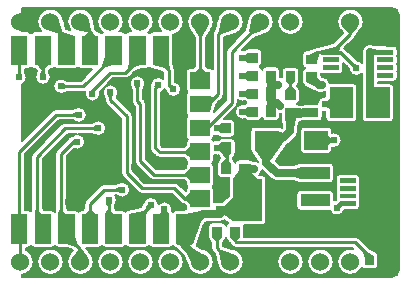
<source format=gtl>
G04 Layer: TopLayer*
G04 EasyEDA Pro v1.7.31, 2022-10-01 17:20:27*
G04 Gerber Generator version 0.3*
G04 Scale: 100 percent, Rotated: No, Reflected: No*
G04 Dimensions in millimeters*
G04 Leading zeros omitted, absolute positions, 3 integers and 3 decimals*
%FSLAX33Y33*%
%MOMM*%
%ADD999C,0.2032*%
%ADD10C,1.524*%
%ADD11C,0.610001*%
%ADD12C,0.254*%
%ADD13C,0.635*%
%ADD14C,0.3856*%
%ADD15C,0.381*%
G75*


G04 Copper Start*
G36*
G01X41679Y3988D02*
G02X41097Y3406I-582J0D01*
G01X9754D01*
G01Y3584D01*
G03X10772Y4699I-102J1115D01*
G03X10137Y5709I-1120J0D01*
G01Y5880D01*
G01X10248D01*
G03X10548Y6042I0J358D01*
G03X10848Y5880I300J196D01*
G01X12248D01*
G03X12548Y6042I0J358D01*
G03X12848Y5880I300J196D01*
G01X13554D01*
G01X14086Y5680D01*
G01X13886Y5434D01*
G03X13612Y4699I846J-735D01*
G03X14732Y3579I1120J0D01*
G03X15852Y4699I0J1120D01*
G03X15578Y5434I-1120J0D01*
G01X15217Y5880D01*
G01X16248D01*
G03X16548Y6042I0J358D01*
G03X16848Y5880I300J196D01*
G01X18248D01*
G03X18548Y6042I0J358D01*
G03X18848Y5880I300J196D01*
G01X20248D01*
G03X20548Y6042I0J358D01*
G03X20848Y5880I300J196D01*
G01X22248D01*
G03X22548Y6042I0J358D01*
G03X22685Y5919I300J196D01*
G01X22917Y5801D01*
G03X23070Y5566I631J242D01*
G01X23459Y5177D01*
G01X23782Y4548D01*
G03X24892Y3579I1110J151D01*
G03X26012Y4699I0J1120D01*
G03X25043Y5809I-1120J0D01*
G01X24557Y6059D01*
G03X24584Y6116I-310J180D01*
G01X25231Y7892D01*
G01X25426Y8087D01*
G01X26543D01*
G03X26912Y8197I0J676D01*
G01X27233Y7987D01*
G03X27051Y7746I168J-316D01*
G03X26701Y8029I-350J-75D01*
G01X25894D01*
G03X25536Y7671I0J-358D01*
G01Y6807D01*
G03X25604Y6597I358J0D01*
G01X25812Y6310D01*
G01Y5833D01*
G03X25955Y5490I485J0D01*
G01X26107Y5338D01*
G01X26317Y4587D01*
G03X27432Y3579I1115J112D01*
G03X28552Y4699I0J1120D01*
G03X27544Y5814I-1120J0D01*
G01X26793Y6024D01*
G01X26783Y6034D01*
G01Y6310D01*
G01X26991Y6597D01*
G03X27051Y6732I-290J210D01*
G03X27130Y6574I350J75D01*
G01X27349Y6318D01*
G03X27461Y6143I455J167D01*
G01X27597Y6007D01*
G03X27940Y5865I343J343D01*
G01X37772D01*
G01X37847Y5790D01*
G03X37592Y5819I-255J-1091D01*
G03X36472Y4699I0J-1120D01*
G03X37592Y3579I1120J0D01*
G03X38570Y4153I0J1120D01*
G03X38805Y4064I236J270D01*
G01X39605D01*
G03X39964Y4423I0J358D01*
G01Y5223D01*
G03X39753Y5549I-358J0D01*
G01X39218Y5791D01*
G01X38316Y6693D01*
G03X37973Y6835I-343J-343D01*
G01X28566D01*
G01Y7671D01*
G03X28549Y7778I-358J0D01*
G01X30125D01*
G03X30483Y8136I0J358D01*
G01Y11676D01*
G03X30125Y12034I-358J0D01*
G01X29872D01*
G03X30132Y12473I-408J539D01*
G01X30877Y11728D01*
G03X31355Y11530I478J478D01*
G01X32807D01*
G01X33237Y11351D01*
G03X33375Y11323I138J330D01*
G01X35840D01*
G03X36198Y11681I0J358D01*
G01Y12731D01*
G03X35840Y13089I-358J0D01*
G01X33375D01*
G03X33237Y13061I0J-358D01*
G01X32807Y12882D01*
G01X31635D01*
G01X31255Y13261D01*
G01X31771Y13981D01*
G01X32212Y14597D01*
G03X32482Y14762I-208J643D01*
G01X32990Y15270D01*
G03X33188Y15748I-478J478D01*
G01Y15903D01*
G01X33265Y16547D01*
G01X33683Y16584D01*
G01X33956Y16576D01*
G01X33967D01*
G01X34867D01*
G03X35225Y16934I0J358D01*
G01Y17404D01*
G03X35433Y17371I208J630D01*
G03X35472Y17372I0J663D01*
G01Y16865D01*
G03X35830Y16507I358J0D01*
G01X37830D01*
G03X38188Y16865I0J358D01*
G01Y19457D01*
G03X37830Y19815I-358J0D01*
G01X35842D01*
G03X35214Y20360I-663J-130D01*
G01X35080Y20494D01*
G01Y20609D01*
G03X35229Y20577I148J326D01*
G01X36626D01*
G03X36984Y20935I0J358D01*
G01Y21341D01*
G03X36962Y21463I-358J0D01*
G03X36977Y21518I-337J122D01*
G01X37351Y21145D01*
G01X37450Y20953D01*
G03X38100Y20419I650J129D01*
G03X38567Y20612I0J663D01*
G01Y19545D01*
G03X38556Y19457I347J-88D01*
G01Y16865D01*
G03X38915Y16507I358J0D01*
G01X40915D01*
G03X41273Y16865I0J358D01*
G01Y19457D01*
G03X40915Y19815I-358J0D01*
G01X39919D01*
G01Y19927D01*
G01X41225D01*
G03X41584Y20285I0J358D01*
G01Y20691D01*
G03X41562Y20813I-358J0D01*
G03X41584Y20935I-337J122D01*
G01Y21341D01*
G03X41562Y21463I-358J0D01*
G03X41584Y21585I-337J122D01*
G01Y21991D01*
G03X41562Y22113I-358J0D01*
G03X41584Y22235I-337J122D01*
G01Y22641D01*
G03X41225Y22999I-358J0D01*
G01X40660D01*
G03X40486Y23028I-174J-520D01*
G01X39783D01*
G01X39606Y23049D01*
G03X39243Y23155I-363J-570D01*
G03X38567Y22479I0J-676D01*
G01Y21552D01*
G03X38229Y21732I-467J-470D01*
G01X38037Y21831D01*
G01X37087Y22781D01*
G01X37071Y22796D01*
G01X37935Y23660D01*
G03X38047Y23834I-343J343D01*
G01X38433Y24279D01*
G03X38712Y25019I-841J740D01*
G03X37592Y26139I-1120J0D01*
G03X36472Y25019I0J-1120D01*
G03X36751Y24279I1120J0D01*
G01X36951Y24048D01*
G01X36137Y23234D01*
G01X35146Y22990D01*
G01X34840Y22920D01*
G03X34592Y22819I53J-482D01*
G01X34000Y22597D01*
G01X33858D01*
G03X33500Y22239I0J-358D01*
G01Y21432D01*
G03X33783Y21082I358J0D01*
G03X33500Y20732I75J-350D01*
G01Y19925D01*
G03X33686Y19611I358J0D01*
G01X34501Y19166D01*
G03X34934Y19009I433J519D01*
G01X35179D01*
G03X35472Y19076I0J676D01*
G01Y18696D01*
G03X35433Y18697I-39J-662D01*
G03X34772Y18092I0J-663D01*
G01X33967D01*
G03X33916Y18089I0J-358D01*
G01X33346Y18007D01*
G01X33028Y18036D01*
G03X33302Y18384I-84J348D01*
G01Y19191D01*
G03X33224Y19414I-358J0D01*
G01X33068Y19609D01*
G01X33205Y19799D01*
G03X33274Y20009I-290J210D01*
G01Y20809D01*
G03X32915Y21168I-358J0D01*
G01X32115D01*
G03X31757Y20809I0J-358D01*
G01Y20320D01*
G03X31614Y20365I-273J-618D01*
G01Y20879D01*
G03X31256Y21237I-358J0D01*
G01X30449D01*
G03X30099Y20954I0J-358D01*
G03X29888Y21209I-350J-75D01*
G03X30107Y21539I-139J330D01*
G01Y22403D01*
G03X29749Y22761I-358J0D01*
G01X28942D01*
G03X28719Y22683I0J-358D01*
G01X28627Y22609D01*
G03X28448Y22634I-179J-638D01*
G03X28398Y22632I0J-663D01*
G01X29416Y23650D01*
G01X30203Y23923D01*
G03X31092Y25019I-231J1096D01*
G03X29972Y26139I-1120J0D01*
G03X28852Y25019I0J-1120D01*
G01Y25011D01*
G01X28693Y24299D01*
G01X27216Y22822D01*
G03X27074Y22479I343J-343D01*
G01Y18362D01*
G01X26078Y17366D01*
G01X26287Y18108D01*
G01X26759Y18580D01*
G03X26901Y18923I-343J343D01*
G01Y23724D01*
G01X27544Y23904D01*
G03X28552Y25019I-112J1115D01*
G03X27432Y26139I-1120J0D01*
G03X26317Y25131I0J-1120D01*
G01X26107Y24380D01*
G01X26073Y24346D01*
G03X25931Y24003I343J-343D01*
G01Y21008D01*
G03X25699Y21094I-232J-273D01*
G01X25504D01*
G01X25377Y21247D01*
G01Y23630D01*
G01X25759Y24310D01*
G03X26012Y25019I-867J709D01*
G03X24892Y26139I-1120J0D01*
G03X23772Y25019I0J-1120D01*
G03X24025Y24310I1120J0D01*
G01X24407Y23630D01*
G01Y21247D01*
G01X24280Y21094D01*
G01X23999D01*
G03X23640Y20736I0J-358D01*
G01Y19336D01*
G03X23803Y19036I358J0D01*
G03X23640Y18736I195J-300D01*
G01Y17336D01*
G03X23802Y17036I358J0D01*
G03X23640Y16737I196J-300D01*
G01Y15337D01*
G03X23803Y15036I358J0D01*
G03X23640Y14736I195J-300D01*
G01Y14582D01*
G01X23487Y14455D01*
G01X21664D01*
G01X21567Y14552D01*
G01Y19063D01*
G03X21885Y19313I-231J622D01*
G01X21956Y19175D01*
G03X22606Y18641I650J129D01*
G03X23269Y19304I0J663D01*
G03X22735Y19954I-663J0D01*
G01X22710Y19967D01*
G01Y20955D01*
G03X22637Y21211I-485J0D01*
G01X22606Y21576D01*
G01Y23839D01*
G03X22595Y23926I-358J0D01*
G03X23472Y25019I-243J1093D01*
G03X22352Y26139I-1120J0D01*
G03X21232Y25019I0J-1120D01*
G03X21590Y24198I1120J0D01*
G01X20848D01*
G03X20548Y24036I0J-358D01*
G03X20476Y24117I-300J-195D01*
G03X20932Y25019I-664J902D01*
G03X19812Y26139I-1120J0D01*
G03X18692Y25019I0J-1120D01*
G03X19049Y24199I1120J0D01*
G01X18848D01*
G03X18547Y24036I0J-358D01*
G03X18248Y24198I-300J-196D01*
G01X18034D01*
G03X18392Y25019I-762J821D01*
G03X17272Y26139I-1120J0D01*
G03X16152Y25019I0J-1120D01*
G03X16615Y24112I1120J0D01*
G03X16547Y24035I233J-272D01*
G03X16248Y24197I-300J-196D01*
G01X16155D01*
G01X16002Y24372D01*
G03X15976Y24431I-455J-169D01*
G01X15848Y25113D01*
G03X14732Y26139I-1116J-94D01*
G03X13612Y25019I0J-1120D01*
G03X13856Y24321I1120J0D01*
G01X13506Y24418D01*
G01X13307Y25131D01*
G03X12192Y26139I-1115J-112D01*
G03X11072Y25019I0J-1120D01*
G03X11430Y24198I1120J0D01*
G01X10848D01*
G03X10548Y24035I0J-358D01*
G03X10248Y24198I-300J-195D01*
G01X9754D01*
G01Y26185D01*
G01X41097D01*
G02X41679Y25603I0J-582D01*
G01Y3988D01*
G37*
%LPC*%
G36*
G01X35834Y9023D02*
G03X36449Y8608I615J248D01*
G03X37079Y9063I0J663D01*
G01X38050D01*
G03X38408Y9422I0J358D01*
G01Y9822D01*
G03X38385Y9947I-358J0D01*
G03X38408Y10072I-336J125D01*
G01Y10472D01*
G03X38385Y10597I-358J0D01*
G03X38408Y10722I-336J125D01*
G01Y11122D01*
G03X38385Y11247I-358J0D01*
G03X38408Y11372I-336J125D01*
G01Y11772D01*
G03X38050Y12130I-358J0D01*
G01X36700D01*
G03X36342Y11772I0J-358D01*
G01Y11372D01*
G03X36364Y11247I358J0D01*
G03X36342Y11122I336J-125D01*
G01Y10722D01*
G03X36364Y10597I358J0D01*
G03X36342Y10472I336J-125D01*
G01Y10072D01*
G03X36360Y9959I358J0D01*
G01X36339Y9929D01*
G01X36324Y9922D01*
G03X36198Y9885I125J-651D01*
G01Y10431D01*
G03X35840Y10789I-358J0D01*
G01X33375D01*
G03X33017Y10431I0J-358D01*
G01Y9381D01*
G03X33375Y9023I358J0D01*
G01X35834D01*
G37*
G36*
G01X35680Y13831D02*
G03X36038Y14189I0J358D01*
G01Y14342D01*
G03X36195Y14323I157J644D01*
G03X36858Y14986I0J663D01*
G03X36195Y15649I-663J0D01*
G03X36038Y15630I0J-663D01*
G01Y15783D01*
G03X35680Y16141I-358J0D01*
G01X33680D01*
G03X33322Y15783I0J-358D01*
G01Y14189D01*
G03X33680Y13831I358J0D01*
G01X35680D01*
G37*
G36*
G01X31392Y4699D02*
G03X32512Y3579I1120J0D01*
G03X33632Y4699I0J1120D01*
G03X32512Y5819I-1120J0D01*
G03X31392Y4699I0J-1120D01*
G37*
G36*
G01X12192Y3579D02*
G03X13312Y4699I0J1120D01*
G03X12192Y5819I-1120J0D01*
G03X11072Y4699I0J-1120D01*
G03X12192Y3579I1120J0D01*
G37*
G36*
G01X16152Y4699D02*
G03X17272Y3579I1120J0D01*
G03X18392Y4699I0J1120D01*
G03X17272Y5819I-1120J0D01*
G03X16152Y4699I0J-1120D01*
G37*
G36*
G01X33932Y4699D02*
G03X35052Y3579I1120J0D01*
G03X36172Y4699I0J1120D01*
G03X35052Y5819I-1120J0D01*
G03X33932Y4699I0J-1120D01*
G37*
G36*
G01X21232Y4699D02*
G03X22352Y3579I1120J0D01*
G03X23472Y4699I0J1120D01*
G03X22352Y5819I-1120J0D01*
G03X21232Y4699I0J-1120D01*
G37*
G36*
G01X18692Y4699D02*
G03X19812Y3579I1120J0D01*
G03X20932Y4699I0J1120D01*
G03X19812Y5819I-1120J0D01*
G03X18692Y4699I0J-1120D01*
G37*
G36*
G01X32512Y23899D02*
G03X33632Y25019I0J1120D01*
G03X32512Y26139I-1120J0D01*
G03X31392Y25019I0J-1120D01*
G03X32512Y23899I1120J0D01*
G37*
%LPD*%
G36*
G01X18766Y9086D02*
G03X18548Y8933I81J-349D01*
G03X18248Y9096I-300J-196D01*
G01X17757D01*
G01X17630Y9248D01*
G01Y9331D01*
G01X17696Y9538D01*
G03X17808Y9906I-551J368D01*
G03X17671Y10310I-663J0D01*
G01X17713D01*
G01X17920Y10244D01*
G03X18288Y10132I368J551D01*
G03X18951Y10795I0J663D01*
G03X18288Y11458I-663J0D01*
G03X17920Y11346I0J-663D01*
G01X17713Y11280D01*
G01X16764D01*
G03X16421Y11138I0J-485D01*
G01X15205Y9922D01*
G03X15062Y9579I343J-343D01*
G01Y9248D01*
G01X14935Y9096D01*
G01X14848D01*
G03X14548Y8933I0J-358D01*
G03X14248Y9096I-300J-196D01*
G01X13693D01*
G01X13566Y9248D01*
G01Y13642D01*
G01X14187Y14263D01*
G03X14478Y14196I291J596D01*
G03X15141Y14859I0J663D01*
G03X14562Y15517I-663J0D01*
G01X15681D01*
G01X15888Y15451D01*
G03X16256Y15339I368J551D01*
G03X16919Y16002I0J663D01*
G03X16256Y16665I-663J0D01*
G03X15888Y16553I0J-663D01*
G01X15681Y16487D01*
G01X14689D01*
G03X15268Y17145I-84J658D01*
G03X14605Y17808I-663J0D01*
G03X14237Y17696I0J-663D01*
G01X14030Y17630D01*
G01X12700D01*
G03X12357Y17488I0J-485D01*
G01X9754Y14885D01*
G01Y19698D01*
G03X10188Y20320I-229J622D01*
G03X10010Y20772I-663J0D01*
G01Y20982D01*
G01X10248D01*
G03X10548Y21144I0J358D01*
G03X10848Y20982I300J195D01*
G01X10945D01*
G01X11057Y20847D01*
G01X11006Y20688D01*
G03X10894Y20320I551J-368D01*
G03X11557Y19657I663J0D01*
G03X12220Y20320I0J663D01*
G03X12108Y20688I-663J0D01*
G01X12057Y20847D01*
G01X12169Y20982D01*
G01X12248D01*
G03X12548Y21144I0J358D01*
G03X12848Y20982I300J196D01*
G01X14248D01*
G03X14547Y21144I0J358D01*
G03X14848Y20981I300J195D01*
G01X15723D01*
G01X14785Y20043D01*
G01X13656D01*
G01X13449Y20109D01*
G03X13081Y20221I-368J-551D01*
G03X12418Y19558I0J-663D01*
G03X13081Y18895I663J0D01*
G03X13449Y19007I0J663D01*
G01X13656Y19073D01*
G01X14986D01*
G03X15106Y19088I0J485D01*
G03X15085Y18923I642J-165D01*
G03X15748Y18260I663J0D01*
G03X16411Y18923I0J663D01*
G03X16393Y19078I-663J0D01*
G01X16438Y19181D01*
G01X17473Y20216D01*
G01X18542D01*
G03X18885Y20358I0J485D01*
G01X19290Y20763D01*
G01X19875Y20983D01*
G01X20248D01*
G03X20547Y21144I0J358D01*
G03X20761Y20992I300J195D01*
G01X21740Y20748D01*
G01Y20211D01*
G03X21336Y20348I-404J-526D01*
G03X20677Y19758I0J-663D01*
G01X20657Y19665D01*
G03X20597Y19431I425J-234D01*
G01Y14351D01*
G03X20739Y14008I485J0D01*
G01X21120Y13627D01*
G03X21463Y13485I343J343D01*
G01X23487D01*
G01X23640Y13358D01*
G01Y13336D01*
G03X23801Y13037I358J0D01*
G03X23639Y12737I196J-300D01*
G01Y12677D01*
G01X23487Y12550D01*
G01X21156D01*
G01X20297Y13409D01*
G01Y18034D01*
G03X20155Y18377I-485J0D01*
G01X20043Y18489D01*
G01Y19237D01*
G01X20109Y19444D01*
G03X20221Y19812I-551J368D01*
G03X19558Y20475I-663J0D01*
G03X18895Y19812I0J-663D01*
G03X19007Y19444I663J0D01*
G01X19073Y19237D01*
G01Y18288D01*
G03X19215Y17945I485J0D01*
G01X19327Y17833D01*
G01Y13208D01*
G03X19469Y12865I485J0D01*
G01X20612Y11722D01*
G03X20955Y11580I343J343D01*
G01X23487D01*
G01X23639Y11453D01*
G01Y11337D01*
G03X23801Y11038I358J0D01*
G03X23641Y10739I198J-298D01*
G01Y10652D01*
G01X23027Y11265D01*
G03X22684Y11407I-343J-343D01*
G01X20140D01*
G01X19154Y12393D01*
G01Y17018D01*
G03X19012Y17361I-485J0D01*
G01X17791Y18582D01*
G01X17823Y18682D01*
G03X17935Y19050I-551J368D01*
G03X17272Y19713I-663J0D01*
G03X16609Y19050I0J-663D01*
G03X16721Y18682I663J0D01*
G01X16787Y18475D01*
G01Y18415D01*
G03X16929Y18072I485J0D01*
G01X18184Y16817D01*
G01Y12192D01*
G03X18326Y11849I485J0D01*
G01X19596Y10579D01*
G03X19939Y10437I343J343D01*
G01X22483D01*
G01X23224Y9696D01*
G03X23478Y9562I343J343D01*
G01X23641Y9427D01*
G01Y9339D01*
G03X23707Y9131I358J0D01*
G01X23518Y9097D01*
G01X22848D01*
G03X22547Y8934I0J-358D01*
G01X22537Y8948D01*
G01X22493Y9009D01*
G03X22507Y9144I-649J135D01*
G03X21844Y9807I-663J0D01*
G03X21360Y9597I0J-663D01*
G03X20701Y10188I-659J-72D01*
G03X20051Y9654I0J-663D01*
G01X19952Y9462D01*
G01X19823Y9333D01*
G01X18766Y9086D01*
G37*
G36*
G01X10564Y9153D02*
G01X10527Y8962D01*
G03X10248Y9096I-279J-225D01*
G01X10033D01*
G01Y13792D01*
G01X12901Y16660D01*
G01X14030D01*
G01X14237Y16594D01*
G03X14521Y16487I368J551D01*
G01X13462D01*
G03X13119Y16345I0J-485D01*
G01X10706Y13932D01*
G03X10564Y13589I343J-343D01*
G01Y9153D01*
G37*
G36*
G01X12596Y9168D02*
G01X12535Y8951D01*
G03X12248Y9096I-288J-213D01*
G01X11661D01*
G01X11534Y9248D01*
G01Y13388D01*
G01X13663Y15517D01*
G01X14394D01*
G03X14073Y15384I84J-658D01*
G01X13975Y15329D01*
G03X13754Y15202I122J-470D01*
G01X12738Y14186D01*
G03X12596Y13843I343J-343D01*
G01Y9168D01*
G37*
G36*
G01X27813Y13080D02*
G03X27772Y13186I-350J-75D01*
G01X27623Y13440D01*
G01X27804Y13692D01*
G03X27871Y13901I-291J209D01*
G01Y14801D01*
G03X27513Y15159I-358J0D01*
G01X26713D01*
G03X26444Y15038I0J-358D01*
G01X26404Y15004D01*
G03X26289Y15014I-115J-653D01*
G03X25990Y14943I0J-663D01*
G03X25893Y15036I-292J-207D01*
G03X26056Y15337I-195J300D01*
G01Y15381D01*
G03X26289Y15339I233J621D01*
G03X26368Y15344I0J663D01*
G01X26428Y15294D01*
G03X26656Y15212I229J276D01*
G01X27463D01*
G03X27821Y15570I0J358D01*
G01Y16434D01*
G03X27463Y16792I-358J0D01*
G01X26876D01*
G01X27902Y17818D01*
G03X28044Y18161I-343J343D01*
G01Y18397D01*
G03X28448Y18260I404J526D01*
G03X28627Y18285I0J663D01*
G01X28719Y18211D01*
G03X28803Y18161I224J280D01*
G03X28719Y18111I139J-330D01*
G01X28627Y18037D01*
G03X28448Y18062I-179J-638D01*
G03X27785Y17399I0J-663D01*
G03X28448Y16736I663J0D01*
G03X28627Y16761I0J663D01*
G01X28719Y16687D01*
G03X28942Y16609I224J280D01*
G01X29749D01*
G03X30099Y16892I0J358D01*
G03X30449Y16609I350J75D01*
G01X31256D01*
G03X31614Y16967I0J358D01*
G01Y17231D01*
G01X31623D01*
G03X31722Y17239I0J676D01*
G01Y16877D01*
G03X31724Y16835I358J0D01*
G01X31822Y16026D01*
G01X31621Y16112D01*
G03X31480Y16141I-141J-329D01*
G01X29480D01*
G03X29122Y15783I0J-358D01*
G01Y14189D01*
G03X29189Y13981I358J0D01*
G01X29764Y13178D01*
G03X29512Y13247I-300J-605D01*
G01X29050Y13354D01*
G03X28970Y13363I-81J-349D01*
G01X28163D01*
G03X27813Y13080I0J-358D01*
G37*
G36*
G01X26057Y9736D02*
G01X26057Y10739D01*
G03X25895Y11039I-358J0D01*
G03X26055Y11337I-198J298D01*
G01Y12737D01*
G03X25894Y13036I-358J0D01*
G03X26056Y13336I-196J300D01*
G01Y13730D01*
G03X26289Y13688I233J621D01*
G03X26404Y13698I0J663D01*
G01X26439Y13669D01*
G01X26585Y13464D01*
G01X26440Y13291D01*
G03X26298Y13005I216J-286D01*
G01Y12141D01*
G03X26656Y11783I358J0D01*
G01X27318D01*
G03X27302Y11676I342J-107D01*
G01Y10285D01*
G01X26747Y9775D01*
G01X26220D01*
G03X26057Y9736I0J-358D01*
G37*
G54D999*
G01X41679Y3988D02*
G02X41097Y3406I-582J0D01*
G01X9754D01*
G01Y3584D01*
G03X10772Y4699I-102J1115D01*
G03X10137Y5709I-1120J0D01*
G01Y5880D01*
G01X10248D01*
G03X10548Y6042I0J358D01*
G03X10848Y5880I300J196D01*
G01X12248D01*
G03X12548Y6042I0J358D01*
G03X12848Y5880I300J196D01*
G01X13554D01*
G01X14086Y5680D01*
G01X13886Y5434D01*
G03X13612Y4699I846J-735D01*
G03X14732Y3579I1120J0D01*
G03X15852Y4699I0J1120D01*
G03X15578Y5434I-1120J0D01*
G01X15217Y5880D01*
G01X16248D01*
G03X16548Y6042I0J358D01*
G03X16848Y5880I300J196D01*
G01X18248D01*
G03X18548Y6042I0J358D01*
G03X18848Y5880I300J196D01*
G01X20248D01*
G03X20548Y6042I0J358D01*
G03X20848Y5880I300J196D01*
G01X22248D01*
G03X22548Y6042I0J358D01*
G03X22685Y5919I300J196D01*
G01X22917Y5801D01*
G03X23070Y5566I631J242D01*
G01X23459Y5177D01*
G01X23782Y4548D01*
G03X24892Y3579I1110J151D01*
G03X26012Y4699I0J1120D01*
G03X25043Y5809I-1120J0D01*
G01X24557Y6059D01*
G03X24584Y6116I-310J180D01*
G01X25231Y7892D01*
G01X25426Y8087D01*
G01X26543D01*
G03X26912Y8197I0J676D01*
G01X27233Y7987D01*
G03X27051Y7746I168J-316D01*
G03X26701Y8029I-350J-75D01*
G01X25894D01*
G03X25536Y7671I0J-358D01*
G01Y6807D01*
G03X25604Y6597I358J0D01*
G01X25812Y6310D01*
G01Y5833D01*
G03X25955Y5490I485J0D01*
G01X26107Y5338D01*
G01X26317Y4587D01*
G03X27432Y3579I1115J112D01*
G03X28552Y4699I0J1120D01*
G03X27544Y5814I-1120J0D01*
G01X26793Y6024D01*
G01X26783Y6034D01*
G01Y6310D01*
G01X26991Y6597D01*
G03X27051Y6732I-290J210D01*
G03X27130Y6574I350J75D01*
G01X27349Y6318D01*
G03X27461Y6143I455J167D01*
G01X27597Y6007D01*
G03X27940Y5865I343J343D01*
G01X37772D01*
G01X37847Y5790D01*
G03X37592Y5819I-255J-1091D01*
G03X36472Y4699I0J-1120D01*
G03X37592Y3579I1120J0D01*
G03X38570Y4153I0J1120D01*
G03X38805Y4064I236J270D01*
G01X39605D01*
G03X39964Y4423I0J358D01*
G01Y5223D01*
G03X39753Y5549I-358J0D01*
G01X39218Y5791D01*
G01X38316Y6693D01*
G03X37973Y6835I-343J-343D01*
G01X28566D01*
G01Y7671D01*
G03X28549Y7778I-358J0D01*
G01X30125D01*
G03X30483Y8136I0J358D01*
G01Y11676D01*
G03X30125Y12034I-358J0D01*
G01X29872D01*
G03X30132Y12473I-408J539D01*
G01X30877Y11728D01*
G03X31355Y11530I478J478D01*
G01X32807D01*
G01X33237Y11351D01*
G03X33375Y11323I138J330D01*
G01X35840D01*
G03X36198Y11681I0J358D01*
G01Y12731D01*
G03X35840Y13089I-358J0D01*
G01X33375D01*
G03X33237Y13061I0J-358D01*
G01X32807Y12882D01*
G01X31635D01*
G01X31255Y13261D01*
G01X31771Y13981D01*
G01X32212Y14597D01*
G03X32482Y14762I-208J643D01*
G01X32990Y15270D01*
G03X33188Y15748I-478J478D01*
G01Y15903D01*
G01X33265Y16547D01*
G01X33683Y16584D01*
G01X33956Y16576D01*
G01X33967D01*
G01X34867D01*
G03X35225Y16934I0J358D01*
G01Y17404D01*
G03X35433Y17371I208J630D01*
G03X35472Y17372I0J663D01*
G01Y16865D01*
G03X35830Y16507I358J0D01*
G01X37830D01*
G03X38188Y16865I0J358D01*
G01Y19457D01*
G03X37830Y19815I-358J0D01*
G01X35842D01*
G03X35214Y20360I-663J-130D01*
G01X35080Y20494D01*
G01Y20609D01*
G03X35229Y20577I148J326D01*
G01X36626D01*
G03X36984Y20935I0J358D01*
G01Y21341D01*
G03X36962Y21463I-358J0D01*
G03X36977Y21518I-337J122D01*
G01X37351Y21145D01*
G01X37450Y20953D01*
G03X38100Y20419I650J129D01*
G03X38567Y20612I0J663D01*
G01Y19545D01*
G03X38556Y19457I347J-88D01*
G01Y16865D01*
G03X38915Y16507I358J0D01*
G01X40915D01*
G03X41273Y16865I0J358D01*
G01Y19457D01*
G03X40915Y19815I-358J0D01*
G01X39919D01*
G01Y19927D01*
G01X41225D01*
G03X41584Y20285I0J358D01*
G01Y20691D01*
G03X41562Y20813I-358J0D01*
G03X41584Y20935I-337J122D01*
G01Y21341D01*
G03X41562Y21463I-358J0D01*
G03X41584Y21585I-337J122D01*
G01Y21991D01*
G03X41562Y22113I-358J0D01*
G03X41584Y22235I-337J122D01*
G01Y22641D01*
G03X41225Y22999I-358J0D01*
G01X40660D01*
G03X40486Y23028I-174J-520D01*
G01X39783D01*
G01X39606Y23049D01*
G03X39243Y23155I-363J-570D01*
G03X38567Y22479I0J-676D01*
G01Y21552D01*
G03X38229Y21732I-467J-470D01*
G01X38037Y21831D01*
G01X37087Y22781D01*
G01X37071Y22796D01*
G01X37935Y23660D01*
G03X38047Y23834I-343J343D01*
G01X38433Y24279D01*
G03X38712Y25019I-841J740D01*
G03X37592Y26139I-1120J0D01*
G03X36472Y25019I0J-1120D01*
G03X36751Y24279I1120J0D01*
G01X36951Y24048D01*
G01X36137Y23234D01*
G01X35146Y22990D01*
G01X34840Y22920D01*
G03X34592Y22819I53J-482D01*
G01X34000Y22597D01*
G01X33858D01*
G03X33500Y22239I0J-358D01*
G01Y21432D01*
G03X33783Y21082I358J0D01*
G03X33500Y20732I75J-350D01*
G01Y19925D01*
G03X33686Y19611I358J0D01*
G01X34501Y19166D01*
G03X34934Y19009I433J519D01*
G01X35179D01*
G03X35472Y19076I0J676D01*
G01Y18696D01*
G03X35433Y18697I-39J-662D01*
G03X34772Y18092I0J-663D01*
G01X33967D01*
G03X33916Y18089I0J-358D01*
G01X33346Y18007D01*
G01X33028Y18036D01*
G03X33302Y18384I-84J348D01*
G01Y19191D01*
G03X33224Y19414I-358J0D01*
G01X33068Y19609D01*
G01X33205Y19799D01*
G03X33274Y20009I-290J210D01*
G01Y20809D01*
G03X32915Y21168I-358J0D01*
G01X32115D01*
G03X31757Y20809I0J-358D01*
G01Y20320D01*
G03X31614Y20365I-273J-618D01*
G01Y20879D01*
G03X31256Y21237I-358J0D01*
G01X30449D01*
G03X30099Y20954I0J-358D01*
G03X29888Y21209I-350J-75D01*
G03X30107Y21539I-139J330D01*
G01Y22403D01*
G03X29749Y22761I-358J0D01*
G01X28942D01*
G03X28719Y22683I0J-358D01*
G01X28627Y22609D01*
G03X28448Y22634I-179J-638D01*
G03X28398Y22632I0J-663D01*
G01X29416Y23650D01*
G01X30203Y23923D01*
G03X31092Y25019I-231J1096D01*
G03X29972Y26139I-1120J0D01*
G03X28852Y25019I0J-1120D01*
G01Y25011D01*
G01X28693Y24299D01*
G01X27216Y22822D01*
G03X27074Y22479I343J-343D01*
G01Y18362D01*
G01X26078Y17366D01*
G01X26287Y18108D01*
G01X26759Y18580D01*
G03X26901Y18923I-343J343D01*
G01Y23724D01*
G01X27544Y23904D01*
G03X28552Y25019I-112J1115D01*
G03X27432Y26139I-1120J0D01*
G03X26317Y25131I0J-1120D01*
G01X26107Y24380D01*
G01X26073Y24346D01*
G03X25931Y24003I343J-343D01*
G01Y21008D01*
G03X25699Y21094I-232J-273D01*
G01X25504D01*
G01X25377Y21247D01*
G01Y23630D01*
G01X25759Y24310D01*
G03X26012Y25019I-867J709D01*
G03X24892Y26139I-1120J0D01*
G03X23772Y25019I0J-1120D01*
G03X24025Y24310I1120J0D01*
G01X24407Y23630D01*
G01Y21247D01*
G01X24280Y21094D01*
G01X23999D01*
G03X23640Y20736I0J-358D01*
G01Y19336D01*
G03X23803Y19036I358J0D01*
G03X23640Y18736I195J-300D01*
G01Y17336D01*
G03X23802Y17036I358J0D01*
G03X23640Y16737I196J-300D01*
G01Y15337D01*
G03X23803Y15036I358J0D01*
G03X23640Y14736I195J-300D01*
G01Y14582D01*
G01X23487Y14455D01*
G01X21664D01*
G01X21567Y14552D01*
G01Y19063D01*
G03X21885Y19313I-231J622D01*
G01X21956Y19175D01*
G03X22606Y18641I650J129D01*
G03X23269Y19304I0J663D01*
G03X22735Y19954I-663J0D01*
G01X22710Y19967D01*
G01Y20955D01*
G03X22637Y21211I-485J0D01*
G01X22606Y21576D01*
G01Y23839D01*
G03X22595Y23926I-358J0D01*
G03X23472Y25019I-243J1093D01*
G03X22352Y26139I-1120J0D01*
G03X21232Y25019I0J-1120D01*
G03X21590Y24198I1120J0D01*
G01X20848D01*
G03X20548Y24036I0J-358D01*
G03X20476Y24117I-300J-195D01*
G03X20932Y25019I-664J902D01*
G03X19812Y26139I-1120J0D01*
G03X18692Y25019I0J-1120D01*
G03X19049Y24199I1120J0D01*
G01X18848D01*
G03X18547Y24036I0J-358D01*
G03X18248Y24198I-300J-196D01*
G01X18034D01*
G03X18392Y25019I-762J821D01*
G03X17272Y26139I-1120J0D01*
G03X16152Y25019I0J-1120D01*
G03X16615Y24112I1120J0D01*
G03X16547Y24035I233J-272D01*
G03X16248Y24197I-300J-196D01*
G01X16155D01*
G01X16002Y24372D01*
G03X15976Y24431I-455J-169D01*
G01X15848Y25113D01*
G03X14732Y26139I-1116J-94D01*
G03X13612Y25019I0J-1120D01*
G03X13856Y24321I1120J0D01*
G01X13506Y24418D01*
G01X13307Y25131D01*
G03X12192Y26139I-1115J-112D01*
G03X11072Y25019I0J-1120D01*
G03X11430Y24198I1120J0D01*
G01X10848D01*
G03X10548Y24035I0J-358D01*
G03X10248Y24198I-300J-195D01*
G01X9754D01*
G01Y26185D01*
G01X41097D01*
G02X41679Y25603I0J-582D01*
G01Y3988D01*
G01X35834Y9023D02*
G03X36449Y8608I615J248D01*
G03X37079Y9063I0J663D01*
G01X38050D01*
G03X38408Y9422I0J358D01*
G01Y9822D01*
G03X38385Y9947I-358J0D01*
G03X38408Y10072I-336J125D01*
G01Y10472D01*
G03X38385Y10597I-358J0D01*
G03X38408Y10722I-336J125D01*
G01Y11122D01*
G03X38385Y11247I-358J0D01*
G03X38408Y11372I-336J125D01*
G01Y11772D01*
G03X38050Y12130I-358J0D01*
G01X36700D01*
G03X36342Y11772I0J-358D01*
G01Y11372D01*
G03X36364Y11247I358J0D01*
G03X36342Y11122I336J-125D01*
G01Y10722D01*
G03X36364Y10597I358J0D01*
G03X36342Y10472I336J-125D01*
G01Y10072D01*
G03X36360Y9959I358J0D01*
G01X36339Y9929D01*
G01X36324Y9922D01*
G03X36198Y9885I125J-651D01*
G01Y10431D01*
G03X35840Y10789I-358J0D01*
G01X33375D01*
G03X33017Y10431I0J-358D01*
G01Y9381D01*
G03X33375Y9023I358J0D01*
G01X35834D01*
G01X35680Y13831D02*
G03X36038Y14189I0J358D01*
G01Y14342D01*
G03X36195Y14323I157J644D01*
G03X36858Y14986I0J663D01*
G03X36195Y15649I-663J0D01*
G03X36038Y15630I0J-663D01*
G01Y15783D01*
G03X35680Y16141I-358J0D01*
G01X33680D01*
G03X33322Y15783I0J-358D01*
G01Y14189D01*
G03X33680Y13831I358J0D01*
G01X35680D01*
G01X31392Y4699D02*
G03X32512Y3579I1120J0D01*
G03X33632Y4699I0J1120D01*
G03X32512Y5819I-1120J0D01*
G03X31392Y4699I0J-1120D01*
G01X12192Y3579D02*
G03X13312Y4699I0J1120D01*
G03X12192Y5819I-1120J0D01*
G03X11072Y4699I0J-1120D01*
G03X12192Y3579I1120J0D01*
G01X16152Y4699D02*
G03X17272Y3579I1120J0D01*
G03X18392Y4699I0J1120D01*
G03X17272Y5819I-1120J0D01*
G03X16152Y4699I0J-1120D01*
G01X33932Y4699D02*
G03X35052Y3579I1120J0D01*
G03X36172Y4699I0J1120D01*
G03X35052Y5819I-1120J0D01*
G03X33932Y4699I0J-1120D01*
G01X21232Y4699D02*
G03X22352Y3579I1120J0D01*
G03X23472Y4699I0J1120D01*
G03X22352Y5819I-1120J0D01*
G03X21232Y4699I0J-1120D01*
G01X18692Y4699D02*
G03X19812Y3579I1120J0D01*
G03X20932Y4699I0J1120D01*
G03X19812Y5819I-1120J0D01*
G03X18692Y4699I0J-1120D01*
G01X32512Y23899D02*
G03X33632Y25019I0J1120D01*
G03X32512Y26139I-1120J0D01*
G03X31392Y25019I0J-1120D01*
G03X32512Y23899I1120J0D01*
G01X18766Y9086D02*
G03X18548Y8933I81J-349D01*
G03X18248Y9096I-300J-196D01*
G01X17757D01*
G01X17630Y9248D01*
G01Y9331D01*
G01X17696Y9538D01*
G03X17808Y9906I-551J368D01*
G03X17671Y10310I-663J0D01*
G01X17713D01*
G01X17920Y10244D01*
G03X18288Y10132I368J551D01*
G03X18951Y10795I0J663D01*
G03X18288Y11458I-663J0D01*
G03X17920Y11346I0J-663D01*
G01X17713Y11280D01*
G01X16764D01*
G03X16421Y11138I0J-485D01*
G01X15205Y9922D01*
G03X15062Y9579I343J-343D01*
G01Y9248D01*
G01X14935Y9096D01*
G01X14848D01*
G03X14548Y8933I0J-358D01*
G03X14248Y9096I-300J-196D01*
G01X13693D01*
G01X13566Y9248D01*
G01Y13642D01*
G01X14187Y14263D01*
G03X14478Y14196I291J596D01*
G03X15141Y14859I0J663D01*
G03X14562Y15517I-663J0D01*
G01X15681D01*
G01X15888Y15451D01*
G03X16256Y15339I368J551D01*
G03X16919Y16002I0J663D01*
G03X16256Y16665I-663J0D01*
G03X15888Y16553I0J-663D01*
G01X15681Y16487D01*
G01X14689D01*
G03X15268Y17145I-84J658D01*
G03X14605Y17808I-663J0D01*
G03X14237Y17696I0J-663D01*
G01X14030Y17630D01*
G01X12700D01*
G03X12357Y17488I0J-485D01*
G01X9754Y14885D01*
G01Y19698D01*
G03X10188Y20320I-229J622D01*
G03X10010Y20772I-663J0D01*
G01Y20982D01*
G01X10248D01*
G03X10548Y21144I0J358D01*
G03X10848Y20982I300J195D01*
G01X10945D01*
G01X11057Y20847D01*
G01X11006Y20688D01*
G03X10894Y20320I551J-368D01*
G03X11557Y19657I663J0D01*
G03X12220Y20320I0J663D01*
G03X12108Y20688I-663J0D01*
G01X12057Y20847D01*
G01X12169Y20982D01*
G01X12248D01*
G03X12548Y21144I0J358D01*
G03X12848Y20982I300J196D01*
G01X14248D01*
G03X14547Y21144I0J358D01*
G03X14848Y20981I300J195D01*
G01X15723D01*
G01X14785Y20043D01*
G01X13656D01*
G01X13449Y20109D01*
G03X13081Y20221I-368J-551D01*
G03X12418Y19558I0J-663D01*
G03X13081Y18895I663J0D01*
G03X13449Y19007I0J663D01*
G01X13656Y19073D01*
G01X14986D01*
G03X15106Y19088I0J485D01*
G03X15085Y18923I642J-165D01*
G03X15748Y18260I663J0D01*
G03X16411Y18923I0J663D01*
G03X16393Y19078I-663J0D01*
G01X16438Y19181D01*
G01X17473Y20216D01*
G01X18542D01*
G03X18885Y20358I0J485D01*
G01X19290Y20763D01*
G01X19875Y20983D01*
G01X20248D01*
G03X20547Y21144I0J358D01*
G03X20761Y20992I300J195D01*
G01X21740Y20748D01*
G01Y20211D01*
G03X21336Y20348I-404J-526D01*
G03X20677Y19758I0J-663D01*
G01X20657Y19665D01*
G03X20597Y19431I425J-234D01*
G01Y14351D01*
G03X20739Y14008I485J0D01*
G01X21120Y13627D01*
G03X21463Y13485I343J343D01*
G01X23487D01*
G01X23640Y13358D01*
G01Y13336D01*
G03X23801Y13037I358J0D01*
G03X23639Y12737I196J-300D01*
G01Y12677D01*
G01X23487Y12550D01*
G01X21156D01*
G01X20297Y13409D01*
G01Y18034D01*
G03X20155Y18377I-485J0D01*
G01X20043Y18489D01*
G01Y19237D01*
G01X20109Y19444D01*
G03X20221Y19812I-551J368D01*
G03X19558Y20475I-663J0D01*
G03X18895Y19812I0J-663D01*
G03X19007Y19444I663J0D01*
G01X19073Y19237D01*
G01Y18288D01*
G03X19215Y17945I485J0D01*
G01X19327Y17833D01*
G01Y13208D01*
G03X19469Y12865I485J0D01*
G01X20612Y11722D01*
G03X20955Y11580I343J343D01*
G01X23487D01*
G01X23639Y11453D01*
G01Y11337D01*
G03X23801Y11038I358J0D01*
G03X23641Y10739I198J-298D01*
G01Y10652D01*
G01X23027Y11265D01*
G03X22684Y11407I-343J-343D01*
G01X20140D01*
G01X19154Y12393D01*
G01Y17018D01*
G03X19012Y17361I-485J0D01*
G01X17791Y18582D01*
G01X17823Y18682D01*
G03X17935Y19050I-551J368D01*
G03X17272Y19713I-663J0D01*
G03X16609Y19050I0J-663D01*
G03X16721Y18682I663J0D01*
G01X16787Y18475D01*
G01Y18415D01*
G03X16929Y18072I485J0D01*
G01X18184Y16817D01*
G01Y12192D01*
G03X18326Y11849I485J0D01*
G01X19596Y10579D01*
G03X19939Y10437I343J343D01*
G01X22483D01*
G01X23224Y9696D01*
G03X23478Y9562I343J343D01*
G01X23641Y9427D01*
G01Y9339D01*
G03X23707Y9131I358J0D01*
G01X23518Y9097D01*
G01X22848D01*
G03X22547Y8934I0J-358D01*
G01X22537Y8948D01*
G01X22493Y9009D01*
G03X22507Y9144I-649J135D01*
G03X21844Y9807I-663J0D01*
G03X21360Y9597I0J-663D01*
G03X20701Y10188I-659J-72D01*
G03X20051Y9654I0J-663D01*
G01X19952Y9462D01*
G01X19823Y9333D01*
G01X18766Y9086D01*
G01X10564Y9153D02*
G01X10527Y8962D01*
G03X10248Y9096I-279J-225D01*
G01X10033D01*
G01Y13792D01*
G01X12901Y16660D01*
G01X14030D01*
G01X14237Y16594D01*
G03X14521Y16487I368J551D01*
G01X13462D01*
G03X13119Y16345I0J-485D01*
G01X10706Y13932D01*
G03X10564Y13589I343J-343D01*
G01Y9153D01*
G01X12596Y9168D02*
G01X12535Y8951D01*
G03X12248Y9096I-288J-213D01*
G01X11661D01*
G01X11534Y9248D01*
G01Y13388D01*
G01X13663Y15517D01*
G01X14394D01*
G03X14073Y15384I84J-658D01*
G01X13975Y15329D01*
G03X13754Y15202I122J-470D01*
G01X12738Y14186D01*
G03X12596Y13843I343J-343D01*
G01Y9168D01*
G01X27813Y13080D02*
G03X27772Y13186I-350J-75D01*
G01X27623Y13440D01*
G01X27804Y13692D01*
G03X27871Y13901I-291J209D01*
G01Y14801D01*
G03X27513Y15159I-358J0D01*
G01X26713D01*
G03X26444Y15038I0J-358D01*
G01X26404Y15004D01*
G03X26289Y15014I-115J-653D01*
G03X25990Y14943I0J-663D01*
G03X25893Y15036I-292J-207D01*
G03X26056Y15337I-195J300D01*
G01Y15381D01*
G03X26289Y15339I233J621D01*
G03X26368Y15344I0J663D01*
G01X26428Y15294D01*
G03X26656Y15212I229J276D01*
G01X27463D01*
G03X27821Y15570I0J358D01*
G01Y16434D01*
G03X27463Y16792I-358J0D01*
G01X26876D01*
G01X27902Y17818D01*
G03X28044Y18161I-343J343D01*
G01Y18397D01*
G03X28448Y18260I404J526D01*
G03X28627Y18285I0J663D01*
G01X28719Y18211D01*
G03X28803Y18161I224J280D01*
G03X28719Y18111I139J-330D01*
G01X28627Y18037D01*
G03X28448Y18062I-179J-638D01*
G03X27785Y17399I0J-663D01*
G03X28448Y16736I663J0D01*
G03X28627Y16761I0J663D01*
G01X28719Y16687D01*
G03X28942Y16609I224J280D01*
G01X29749D01*
G03X30099Y16892I0J358D01*
G03X30449Y16609I350J75D01*
G01X31256D01*
G03X31614Y16967I0J358D01*
G01Y17231D01*
G01X31623D01*
G03X31722Y17239I0J676D01*
G01Y16877D01*
G03X31724Y16835I358J0D01*
G01X31822Y16026D01*
G01X31621Y16112D01*
G03X31480Y16141I-141J-329D01*
G01X29480D01*
G03X29122Y15783I0J-358D01*
G01Y14189D01*
G03X29189Y13981I358J0D01*
G01X29764Y13178D01*
G03X29512Y13247I-300J-605D01*
G01X29050Y13354D01*
G03X28970Y13363I-81J-349D01*
G01X28163D01*
G03X27813Y13080I0J-358D01*
G01X26057Y9736D02*
G01X26057Y10739D01*
G03X25895Y11039I-358J0D01*
G03X26055Y11337I-198J298D01*
G01Y12737D01*
G03X25894Y13036I-358J0D01*
G03X26056Y13336I-196J300D01*
G01Y13730D01*
G03X26289Y13688I233J621D01*
G03X26404Y13698I0J663D01*
G01X26439Y13669D01*
G01X26585Y13464D01*
G01X26440Y13291D01*
G03X26298Y13005I216J-286D01*
G01Y12141D01*
G03X26656Y11783I358J0D01*
G01X27318D01*
G03X27302Y11676I342J-107D01*
G01Y10285D01*
G01X26747Y9775D01*
G01X26220D01*
G03X26057Y9736I0J-358D01*
G04 Copper End*

G04 Tear Start*
G36*
G01X11430Y20959D02*
G01X11684Y20959D01*
G01X12002Y21340D01*
G01X11113D01*
G01X11430Y20959D01*
G37*
G36*
G01X13281Y24109D02*
G01X12922Y24109D01*
G01X12848Y23735D01*
G01X14248Y23840D01*
G01X13281Y24109D01*
G37*
G36*
G01X15421Y24203D02*
G01X15103Y23839D01*
G01X15992D01*
G01X15675Y24203D01*
G01X15421D01*
G37*
G36*
G01X16578Y21330D02*
G01X16678Y21071D01*
G01X17397Y21340D01*
G01X16848Y22048D01*
G01X16578Y21330D01*
G37*
G36*
G01X18733Y21071D02*
G01X19092Y21071D01*
G01X19810Y21341D01*
G01X18848Y21635D01*
G01X18733Y21071D01*
G37*
G36*
G01X21930Y21070D02*
G01X22290Y21070D01*
G01X22248Y21561D01*
G01X20848Y21339D01*
G01X21930Y21070D01*
G37*
G36*
G01X23368Y20957D02*
G01X23686Y21338D01*
G01X22848D01*
G01X23114Y20957D01*
G01X23368D01*
G37*
G36*
G01X24765Y21117D02*
G01X24448Y20736D01*
G01X25337D01*
G01X25019Y21117D01*
G01X24765D01*
G37*
G36*
G01X25967Y18654D02*
G01X25600Y18736D01*
G01X25698Y17336D01*
G01X25967Y18295D01*
G01Y18654D01*
G37*
G36*
G01X23617Y13843D02*
G01X23998Y13526D01*
G01Y14415D01*
G01X23617Y14097D01*
G01Y13843D01*
G37*
G36*
G01X23616Y11938D02*
G01X23997Y11621D01*
G01Y12510D01*
G01X23616Y12192D01*
G01Y11938D01*
G37*
G36*
G01X23618Y10166D02*
G01X23618Y9912D01*
G01X23999Y9595D01*
G01Y10484D01*
G01X23618Y10166D01*
G37*
G36*
G01X23865Y6043D02*
G01X24248Y6238D01*
G01X22848D01*
G01X23230Y6043D01*
G01X23865D01*
G37*
G36*
G01X24921Y8089D02*
G01X24921Y8987D01*
G01X23550Y8738D01*
G01X24248Y6238D01*
G01X24921Y8089D01*
G37*
G36*
G01X21971Y9119D02*
G01X21717Y9119D01*
G01X21400Y8738D01*
G01X22248D01*
G01X21971Y9119D01*
G37*
G36*
G01X20363Y9007D02*
G01X20004Y9007D01*
G01X18848Y8738D01*
G01X20248Y8443D01*
G01X20363Y9007D01*
G37*
G36*
G01X17272Y9119D02*
G01X17018Y9119D01*
G01X16848Y8738D01*
G01X17590D01*
G01X17272Y9119D01*
G37*
G36*
G01X15421Y9119D02*
G01X15103Y8738D01*
G01X15992D01*
G01X15675Y9119D01*
G01X15421D01*
G37*
G36*
G01X14517Y6148D02*
G01X14248Y6866D01*
G01X13619Y6238D01*
G01X14337Y5968D01*
G01X14517Y6148D01*
G37*
G36*
G01X13208Y9119D02*
G01X12954Y9119D01*
G01X12848Y8738D01*
G01X13526D01*
G01X13208Y9119D01*
G37*
G36*
G01X11176Y9119D02*
G01X10922Y9119D01*
G01X10848Y8738D01*
G01X11494D01*
G01X11176Y9119D01*
G37*
G36*
G01X35449Y18161D02*
G01X35449Y17907D01*
G01X35830Y17590D01*
G01Y18479D01*
G01X35449Y18161D01*
G37*
G36*
G01X34893Y22565D02*
G01X34893Y22311D01*
G01X35229Y22235D01*
G01Y22641D01*
G01X34893Y22565D01*
G37*
G36*
G01X36744Y22565D02*
G01X36626Y22641D01*
G01Y22235D01*
G01X36744Y22311D01*
G01Y22565D01*
G37*
G36*
G01X36320Y22911D02*
G01X35229Y22641D01*
G01X36626Y22408D01*
G01X36679Y22911D01*
G01X36320D01*
G37*
G36*
G01X34709Y19460D02*
G01X35158Y19910D01*
G01X34722Y19925D01*
G01X33858D01*
G01X34709Y19460D01*
G37*
G36*
G01X34783Y22508D02*
G01X34065Y22239D01*
G01X34722Y21639D01*
G01X34983Y22348D01*
G01X34783Y22508D01*
G37*
G36*
G01X32879Y12523D02*
G01X32879Y11888D01*
G01X33375Y11681D01*
G01Y12731D01*
G01X32879Y12523D01*
G37*
G36*
G01X26797Y8700D02*
G01X27660Y8136D01*
G01Y10128D01*
G01X26797Y9335D01*
G01Y8700D01*
G37*
G36*
G01X28258Y12573D02*
G01X27660Y11676D01*
G01X29686D01*
G01X28893Y12573D01*
G01X28258D01*
G37*
G36*
G01X28072Y8700D02*
G01X28072Y9335D01*
G01X27120Y9417D01*
G01Y8617D01*
G01X28072Y8700D01*
G37*
G36*
G01X26797Y11198D02*
G01X26543Y11198D01*
G01X26226Y10817D01*
G01X27115D01*
G01X26797Y11198D01*
G37*
G36*
G01X36061Y14859D02*
G01X36061Y15113D01*
G01X35680Y15431D01*
G01Y14542D01*
G01X36061Y14859D01*
G37*
G36*
G01X30163Y13237D02*
G01X30798Y13237D01*
G01X31480Y14189D01*
G01X29480D01*
G01X30163Y13237D01*
G37*
G36*
G01X32004Y14923D02*
G01X32004Y15558D01*
G01X31480Y15783D01*
G01Y14189D01*
G01X32004Y14923D01*
G37*
G36*
G01X36539Y9181D02*
G01X36700Y9422D01*
G01Y9822D01*
G01X36430Y9432D01*
G01X36539Y9181D01*
G37*
G36*
G01X33015Y16963D02*
G01X33967Y16934D01*
G01Y17734D01*
G01X33015Y17598D01*
G01Y16963D01*
G37*
G36*
G01X28561Y17526D02*
G01X28561Y17272D01*
G01X28942Y16967D01*
G01Y17831D01*
G01X28561Y17526D01*
G37*
G36*
G01X30544Y18161D02*
G01X30449Y17831D01*
G01X31256D01*
G01X31179Y18161D01*
G01X30544D01*
G37*
G36*
G01X27240Y13386D02*
G01X26986Y13386D01*
G01X26668Y13005D01*
G01X27463D01*
G01X27240Y13386D01*
G37*
G36*
G01X28258Y11188D02*
G01X28893Y11188D01*
G01X28970Y12141D01*
G01X28163D01*
G01X28258Y11188D01*
G37*
G36*
G01X29464Y12256D02*
G01X29464Y12891D01*
G01X28970Y13005D01*
G01Y12141D01*
G01X29464Y12256D01*
G37*
G36*
G01X28561Y20574D02*
G01X28561Y20320D01*
G01X28942Y20015D01*
G01Y20879D01*
G01X28561Y20574D01*
G37*
G36*
G01X31170Y19688D02*
G01X31256Y20015D01*
G01X30449D01*
G01X30535Y19688D01*
G01X31170D01*
G37*
G36*
G01X28561Y19050D02*
G01X28561Y18796D01*
G01X28942Y18491D01*
G01Y19355D01*
G01X28561Y19050D01*
G37*
G36*
G01X31179Y18161D02*
G01X31256Y18491D01*
G01X30449D01*
G01X30544Y18161D01*
G01X31179D01*
G37*
G36*
G01X31170Y19688D02*
G01X30535Y19688D01*
G01X30449Y19355D01*
G01X31256D01*
G01X31170Y19688D01*
G37*
G36*
G01X28561Y22098D02*
G01X28561Y21844D01*
G01X28942Y21539D01*
G01Y22403D01*
G01X28561Y22098D01*
G37*
G36*
G01X28702Y15113D02*
G01X28448Y15113D01*
G01X28131Y14801D01*
G01X28913D01*
G01X28702Y15113D01*
G37*
G36*
G01X26332Y14478D02*
G01X26332Y14224D01*
G01X26713Y13907D01*
G01Y14796D01*
G01X26332Y14478D01*
G37*
G36*
G01X27240Y13520D02*
G01X27513Y13901D01*
G01X26713D01*
G01X26986Y13520D01*
G01X27240D01*
G37*
G36*
G01X38651Y5492D02*
G01X38805Y4889D01*
G01X39605Y5223D01*
G01X39011Y5492D01*
G01X38651D01*
G37*
G36*
G01X27677Y6486D02*
G01X27931Y6486D01*
G01X28208Y6807D01*
G01X27401D01*
G01X27677Y6486D01*
G37*
G36*
G01X26171Y6426D02*
G01X26425Y6426D01*
G01X26701Y6807D01*
G01X25894D01*
G01X26171Y6426D01*
G37*
G36*
G01X32385Y19628D02*
G01X32639Y19628D01*
G01X32915Y20009D01*
G01X32115D01*
G01X32385Y19628D01*
G37*
G36*
G01X32830Y15925D02*
G01X32944Y16877D01*
G01X32080D01*
G01X32195Y15925D01*
G01X32830D01*
G37*
G36*
G01X33897Y16963D02*
G01X33897Y17598D01*
G01X32944Y17684D01*
G01Y16877D01*
G01X33897Y16963D01*
G37*
G36*
G01X32385Y19572D02*
G01X32080Y19191D01*
G01X32944D01*
G01X32639Y19572D01*
G01X32385D01*
G37*
G36*
G01X28448Y15189D02*
G01X28702Y15189D01*
G01X28970Y15570D01*
G01X28163D01*
G01X28448Y15189D01*
G37*
G36*
G01X26289Y15875D02*
G01X26656Y15570D01*
G01Y16434D01*
G01X26289Y16129D01*
G01Y15875D01*
G37*
G36*
G01X15304Y5203D02*
G01X14859Y5753D01*
G01X14605D01*
G01X14161Y5203D01*
G01X15304D01*
G37*
G36*
G01X24940Y5460D02*
G01X24201Y5839D01*
G01X23752Y5390D01*
G01X24131Y4651D01*
G01X24940Y5460D01*
G37*
G36*
G01X27480Y5460D02*
G01X26606Y5705D01*
G01X26426Y5525D01*
G01X26671Y4651D01*
G01X27480Y5460D01*
G37*
G36*
G01X14684Y24258D02*
G01X15458Y24114D01*
G01X15637Y24293D01*
G01X15493Y25067D01*
G01X14684Y24258D01*
G37*
G36*
G01X12144Y24258D02*
G01X13018Y24013D01*
G01X13198Y24193D01*
G01X12953Y25067D01*
G01X12144Y24258D01*
G37*
G36*
G01X24321Y24515D02*
G01X24765Y23724D01*
G01X25019D01*
G01X25464Y24515D01*
G01X24321D01*
G37*
G36*
G01X26671Y25067D02*
G01X26426Y24193D01*
G01X26606Y24013D01*
G01X27480Y24258D01*
G01X26671Y25067D01*
G37*
G36*
G01X29211Y24977D02*
G01X29020Y24120D01*
G01X29221Y23961D01*
G01X30109Y24269D01*
G01X29211Y24977D01*
G37*
G36*
G01X37021Y24515D02*
G01X37465Y24003D01*
G01X37719D01*
G01X38164Y24515D01*
G01X37021D01*
G37*
G36*
G01X11786Y20522D02*
G01X11684Y20839D01*
G01X11430D01*
G01X11328Y20522D01*
G01X11786D01*
G37*
G36*
G01X13283Y19329D02*
G01X13600Y19431D01*
G01Y19685D01*
G01X13283Y19787D01*
G01Y19329D01*
G37*
G36*
G01X28650Y20218D02*
G01X28967Y20320D01*
G01Y20574D01*
G01X28650Y20676D01*
G01Y20218D01*
G37*
G36*
G01X28650Y21742D02*
G01X28967Y21844D01*
G01Y22098D01*
G01X28650Y22200D01*
G01Y21742D01*
G37*
G36*
G01X22625Y19608D02*
G01X22329Y19760D01*
G01X22150Y19581D01*
G01X22302Y19285D01*
G01X22625Y19608D01*
G37*
G36*
G01X28650Y17170D02*
G01X28967Y17272D01*
G01Y17526D01*
G01X28650Y17628D01*
G01Y17170D01*
G37*
G36*
G01X26491Y14122D02*
G01X26808Y14224D01*
G01Y14478D01*
G01X26491Y14580D01*
G01Y14122D01*
G37*
G36*
G01X26491Y15773D02*
G01X26808Y15875D01*
G01Y16129D01*
G01X26491Y16231D01*
G01Y15773D01*
G37*
G36*
G01X14403Y17374D02*
G01X14086Y17272D01*
G01Y17018D01*
G01X14403Y16916D01*
G01Y17374D01*
G37*
G36*
G01X16054Y16231D02*
G01X15737Y16129D01*
G01Y15875D01*
G01X16054Y15773D01*
G01Y16231D01*
G37*
G36*
G01X14276Y15088D02*
G01X14097Y14986D01*
G01Y14732D01*
G01X14276Y14630D01*
G01Y15088D01*
G37*
G36*
G01X16916Y9704D02*
G01X17018Y9387D01*
G01X17272D01*
G01X17374Y9704D01*
G01X16916D01*
G37*
G36*
G01X39445Y22250D02*
G01X39762Y22289D01*
G01Y22670D01*
G01X39445Y22708D01*
G01Y22250D01*
G37*
G36*
G01X28650Y18694D02*
G01X28967Y18796D01*
G01Y19050D01*
G01X28650Y19152D01*
G01Y18694D01*
G37*
G36*
G01X18086Y11024D02*
G01X17769Y10922D01*
G01Y10668D01*
G01X18086Y10566D01*
G01Y11024D01*
G37*
G36*
G01X35635Y17805D02*
G01X35952Y17907D01*
G01Y18161D01*
G01X35635Y18263D01*
G01Y17805D01*
G37*
G36*
G01X36753Y9252D02*
G01X36889Y9532D01*
G01X36710Y9711D01*
G01X36430Y9575D01*
G01X36753Y9252D01*
G37*
G36*
G01X35993Y15215D02*
G01X35676Y15113D01*
G01Y14859D01*
G01X35993Y14757D01*
G01Y15215D01*
G37*
G36*
G01X38119Y21386D02*
G01X37823Y21538D01*
G01X37644Y21359D01*
G01X37796Y21063D01*
G01X38119Y21386D01*
G37*
G36*
G01X21615Y8942D02*
G01X21717Y8625D01*
G01X21971D01*
G01X22073Y8942D01*
G01X21615D01*
G37*
G36*
G01X20397Y9544D02*
G01X20245Y9248D01*
G01X20424Y9069D01*
G01X20720Y9221D01*
G01X20397Y9544D01*
G37*
G36*
G01X16005Y19087D02*
G01X16137Y19387D01*
G01X15827Y19435D01*
G01X15553Y19158D01*
G01X16005Y19087D01*
G37*
G36*
G01X17043Y18848D02*
G01X17145Y18531D01*
G01X17399D01*
G01X17501Y18848D01*
G01X17043D01*
G37*
G36*
G01X19329Y19610D02*
G01X19431Y19293D01*
G01X19685D01*
G01X19787Y19610D01*
G01X19329D01*
G37*
G36*
G01X21032Y19704D02*
G01X20992Y19521D01*
G01X21172Y19341D01*
G01X21355Y19381D01*
G01X21032Y19704D01*
G37*
G36*
G01X26441Y11101D02*
G01X26543Y10784D01*
G01X26797D01*
G01X26899Y11101D01*
G01X26441D01*
G37*
G36*
G01X28804Y15315D02*
G01X28702Y15632D01*
G01X28448D01*
G01X28346Y15315D01*
G01X28804D01*
G37*
G36*
G01X28346Y14911D02*
G01X28448Y14594D01*
G01X28702D01*
G01X28804Y14911D01*
G01X28346D01*
G37*
G36*
G01X23470Y21157D02*
G01X23368Y21474D01*
G01X23114D01*
G01X23012Y21157D01*
G01X23470D01*
G37*
G04 Tear End*

G04 Pad Start*
G36*
G01X10248Y23840D02*
G01X8848Y23840D01*
G01Y21340D01*
G01X10248D01*
G01Y23840D01*
G37*
G36*
G01X12248Y23840D02*
G01X10848Y23840D01*
G01Y21340D01*
G01X12248D01*
G01Y23840D01*
G37*
G36*
G01X14248Y23840D02*
G01X12848Y23840D01*
G01Y21340D01*
G01X14248D01*
G01Y23840D01*
G37*
G36*
G01X16248Y23839D02*
G01X14848Y23839D01*
G01Y21339D01*
G01X16248D01*
G01Y23839D01*
G37*
G36*
G01X18248Y23840D02*
G01X16848Y23840D01*
G01Y21340D01*
G01X18248D01*
G01Y23840D01*
G37*
G36*
G01X20248Y23841D02*
G01X18848Y23841D01*
G01Y21341D01*
G01X20248D01*
G01Y23841D01*
G37*
G36*
G01X22248Y23839D02*
G01X20848Y23839D01*
G01Y21339D01*
G01X22248D01*
G01Y23839D01*
G37*
G36*
G01X24248Y23838D02*
G01X22848Y23838D01*
G01Y21338D01*
G01X24248D01*
G01Y23838D01*
G37*
G36*
G01X25699Y19336D02*
G01X25699Y20736D01*
G01X23999D01*
G01Y19336D01*
G01X25699D01*
G37*
G36*
G01X25698Y17336D02*
G01X25698Y18736D01*
G01X23998D01*
G01Y17336D01*
G01X25698D01*
G37*
G36*
G01X25698Y15337D02*
G01X25698Y16737D01*
G01X23998D01*
G01Y15337D01*
G01X25698D01*
G37*
G36*
G01X25698Y13336D02*
G01X25698Y14736D01*
G01X23998D01*
G01Y13336D01*
G01X25698D01*
G37*
G36*
G01X25697Y11337D02*
G01X25697Y12737D01*
G01X23997D01*
G01Y11337D01*
G01X25697D01*
G37*
G36*
G01X25699Y9339D02*
G01X25699Y10739D01*
G01X23999D01*
G01Y9339D01*
G01X25699D01*
G37*
G36*
G01X22848Y6238D02*
G01X24248Y6238D01*
G01Y8738D01*
G01X22848D01*
G01Y6238D01*
G37*
G36*
G01X20848Y6238D02*
G01X22248Y6238D01*
G01Y8738D01*
G01X20848D01*
G01Y6238D01*
G37*
G36*
G01X18848Y6238D02*
G01X20248Y6238D01*
G01Y8738D01*
G01X18848D01*
G01Y6238D01*
G37*
G36*
G01X16848Y6238D02*
G01X18248Y6238D01*
G01Y8738D01*
G01X16848D01*
G01Y6238D01*
G37*
G36*
G01X14848Y6238D02*
G01X16248Y6238D01*
G01Y8738D01*
G01X14848D01*
G01Y6238D01*
G37*
G36*
G01X12848Y6238D02*
G01X14248Y6238D01*
G01Y8738D01*
G01X12848D01*
G01Y6238D01*
G37*
G36*
G01X10848Y6238D02*
G01X12248Y6238D01*
G01Y8738D01*
G01X10848D01*
G01Y6238D01*
G37*
G36*
G01X8848Y6238D02*
G01X10248Y6238D01*
G01Y8738D01*
G01X8848D01*
G01Y6238D01*
G37*
G36*
G01X35830Y19457D02*
G01X35830Y16865D01*
G01X37830D01*
G01Y19457D01*
G01X35830D01*
G37*
G36*
G01X38915Y19457D02*
G01X38915Y16865D01*
G01X40915D01*
G01Y19457D01*
G01X38915D01*
G37*
G36*
G01X36626Y22641D02*
G01X35229Y22641D01*
G01Y22235D01*
G01X36626D01*
G01Y22641D01*
G37*
G36*
G01X36626Y21991D02*
G01X35229Y21991D01*
G01Y21585D01*
G01X36626D01*
G01Y21991D01*
G37*
G36*
G01X36626Y21341D02*
G01X35229Y21341D01*
G01Y20935D01*
G01X36626D01*
G01Y21341D01*
G37*
G36*
G01X36626Y20691D02*
G01X35229Y20691D01*
G01Y20285D01*
G01X36626D01*
G01Y20691D01*
G37*
G36*
G01X41225Y20691D02*
G01X39828Y20691D01*
G01Y20285D01*
G01X41225D01*
G01Y20691D01*
G37*
G36*
G01X41225Y21341D02*
G01X39828Y21341D01*
G01Y20935D01*
G01X41225D01*
G01Y21341D01*
G37*
G36*
G01X41225Y21991D02*
G01X39828Y21991D01*
G01Y21585D01*
G01X41225D01*
G01Y21991D01*
G37*
G36*
G01X41225Y22641D02*
G01X39828Y22641D01*
G01Y22235D01*
G01X41225D01*
G01Y22641D01*
G37*
G36*
G01X34722Y20732D02*
G01X33858Y20732D01*
G01Y19925D01*
G01X34722D01*
G01Y20732D01*
G37*
G36*
G01X34722Y22239D02*
G01X33858Y22239D01*
G01Y21432D01*
G01X34722D01*
G01Y22239D01*
G37*
G36*
G01X33375Y8131D02*
G01X33375Y7081D01*
G01X35840D01*
G01Y8131D01*
G01X33375D01*
G37*
G36*
G01X33375Y10431D02*
G01X33375Y9381D01*
G01X35840D01*
G01Y10431D01*
G01X33375D01*
G37*
G36*
G01X33375Y12731D02*
G01X33375Y11681D01*
G01X35840D01*
G01Y12731D01*
G01X33375D01*
G37*
G36*
G01X27660Y11676D02*
G01X27660Y8136D01*
G01X30125D01*
G01Y11676D01*
G01X27660D01*
G37*
G36*
G01X27120Y9417D02*
G01X26220Y9417D01*
G01Y8617D01*
G01X27120D01*
G01Y9417D01*
G37*
G36*
G01X27120Y10817D02*
G01X26220Y10817D01*
G01Y10017D01*
G01X27120D01*
G01Y10817D01*
G37*
G36*
G01X35680Y14189D02*
G01X35680Y15783D01*
G01X33680D01*
G01Y14189D01*
G01X35680D01*
G37*
G36*
G01X31480Y14189D02*
G01X31480Y15783D01*
G01X29480D01*
G01Y14189D01*
G01X31480D01*
G37*
G36*
G01X36700Y10722D02*
G01X38050Y10722D01*
G01Y11122D01*
G01X36700D01*
G01Y10722D01*
G37*
G36*
G01X36700Y10072D02*
G01X38050Y10072D01*
G01Y10472D01*
G01X36700D01*
G01Y10072D01*
G37*
G36*
G01X36700Y12022D02*
G01X38050Y12022D01*
G01Y12422D01*
G01X36700D01*
G01Y12022D01*
G37*
G36*
G01X36700Y11372D02*
G01X38050Y11372D01*
G01Y11772D01*
G01X36700D01*
G01Y11372D01*
G37*
G36*
G01X36700Y9422D02*
G01X38050Y9422D01*
G01Y9822D01*
G01X36700D01*
G01Y9422D01*
G37*
G36*
G01X36999Y12972D02*
G01X38599Y12972D01*
G01Y15072D01*
G01X36999D01*
G01Y12972D01*
G37*
G36*
G01X36999Y6772D02*
G01X38599Y6772D01*
G01Y8872D01*
G01X36999D01*
G01Y6772D01*
G37*
G36*
G01X39399Y11171D02*
G01X41299Y11171D01*
G01Y13071D01*
G01X39399D01*
G01Y11171D01*
G37*
G36*
G01X39399Y8773D02*
G01X41299Y8773D01*
G01Y10673D01*
G01X39399D01*
G01Y8773D01*
G37*
G36*
G01X39399Y13822D02*
G01X41299Y13822D01*
G01Y15622D01*
G01X39399D01*
G01Y13822D01*
G37*
G36*
G01X39399Y6222D02*
G01X41299Y6222D01*
G01Y8022D01*
G01X39399D01*
G01Y6222D01*
G37*
G36*
G01X34867Y17734D02*
G01X33967Y17734D01*
G01Y16934D01*
G01X34867D01*
G01Y17734D01*
G37*
G36*
G01X34867Y19134D02*
G01X33967Y19134D01*
G01Y18334D01*
G01X34867D01*
G01Y19134D01*
G37*
G36*
G01X29749Y16967D02*
G01X29749Y17831D01*
G01X28942D01*
G01Y16967D01*
G01X29749D01*
G37*
G36*
G01X31256Y16967D02*
G01X31256Y17831D01*
G01X30449D01*
G01Y16967D01*
G01X31256D01*
G37*
G36*
G01X27463Y12141D02*
G01X27463Y13005D01*
G01X26656D01*
G01Y12141D01*
G01X27463D01*
G37*
G36*
G01X28970Y12141D02*
G01X28970Y13005D01*
G01X28163D01*
G01Y12141D01*
G01X28970D01*
G37*
G36*
G01X29749Y20015D02*
G01X29749Y20879D01*
G01X28942D01*
G01Y20015D01*
G01X29749D01*
G37*
G36*
G01X31256Y20015D02*
G01X31256Y20879D01*
G01X30449D01*
G01Y20015D01*
G01X31256D01*
G37*
G36*
G01X29749Y18491D02*
G01X29749Y19355D01*
G01X28942D01*
G01Y18491D01*
G01X29749D01*
G37*
G36*
G01X31256Y18491D02*
G01X31256Y19355D01*
G01X30449D01*
G01Y18491D01*
G01X31256D01*
G37*
G36*
G01X29749Y21539D02*
G01X29749Y22403D01*
G01X28942D01*
G01Y21539D01*
G01X29749D01*
G37*
G36*
G01X31256Y21539D02*
G01X31256Y22403D01*
G01X30449D01*
G01Y21539D01*
G01X31256D01*
G37*
G36*
G01X28113Y14801D02*
G01X28113Y13901D01*
G01X28913D01*
G01Y14801D01*
G01X28113D01*
G37*
G36*
G01X26713Y14801D02*
G01X26713Y13901D01*
G01X27513D01*
G01Y14801D01*
G01X26713D01*
G37*
G36*
G01X41205Y5229D02*
G01X40405Y5229D01*
G01Y4429D01*
G01X41205D01*
G01Y5229D01*
G37*
G36*
G01X39605Y5223D02*
G01X38805Y5223D01*
G01Y4423D01*
G01X39605D01*
G01Y5223D01*
G37*
G36*
G01X27401Y7671D02*
G01X27401Y6807D01*
G01X28208D01*
G01Y7671D01*
G01X27401D01*
G37*
G36*
G01X25894Y7671D02*
G01X25894Y6807D01*
G01X26701D01*
G01Y7671D01*
G01X25894D01*
G37*
G36*
G01X32109Y22409D02*
G01X32109Y21609D01*
G01X32909D01*
G01Y22409D01*
G01X32109D01*
G37*
G36*
G01X32115Y20809D02*
G01X32115Y20009D01*
G01X32915D01*
G01Y20809D01*
G01X32115D01*
G37*
G36*
G01X32944Y17684D02*
G01X32080Y17684D01*
G01Y16877D01*
G01X32944D01*
G01Y17684D01*
G37*
G36*
G01X32944Y19191D02*
G01X32080Y19191D01*
G01Y18384D01*
G01X32944D01*
G01Y19191D01*
G37*
G36*
G01X28163Y16434D02*
G01X28163Y15570D01*
G01X28970D01*
G01Y16434D01*
G01X28163D01*
G37*
G36*
G01X26656Y16434D02*
G01X26656Y15570D01*
G01X27463D01*
G01Y16434D01*
G01X26656D01*
G37*
G54D10*
G01X14732Y4699D03*
G01X17272Y4699D03*
G01X9652Y4699D03*
G01X12192Y4699D03*
G01X19812Y4699D03*
G01X22352Y4699D03*
G01X24892Y4699D03*
G01X27432Y4699D03*
G01X35052Y4699D03*
G01X14732Y25019D03*
G01X9652Y25019D03*
G01X12192Y25019D03*
G01X37592Y4699D03*
G01X29972Y4699D03*
G01X32512Y4699D03*
G01X19812Y25019D03*
G01X22352Y25019D03*
G01X24892Y25019D03*
G01X27432Y25019D03*
G01X32512Y25019D03*
G01X29972Y25019D03*
G01X17272Y25019D03*
G01X35052Y25019D03*
G01X37592Y25019D03*
G04 Pad End*

G04 Via Start*
G54D11*
G01X9525Y20320D03*
G01X11557Y20320D03*
G01X13081Y19558D03*
G01X28448Y20447D03*
G01X28448Y21971D03*
G01X22606Y19304D03*
G01X28448Y17399D03*
G01X26289Y14351D03*
G01X26289Y16002D03*
G01X14605Y17145D03*
G01X16256Y16002D03*
G01X14478Y14859D03*
G01X17145Y9906D03*
G01X29464Y12573D03*
G01X39243Y22479D03*
G01X28448Y18923D03*
G01X18288Y10795D03*
G01X31623Y17907D03*
G01X35433Y18034D03*
G01X36449Y9271D03*
G01X36195Y14986D03*
G01X35179Y19685D03*
G01X38100Y21082D03*
G01X21844Y9144D03*
G01X20701Y9525D03*
G01X32879Y12206D03*
G01X15748Y18923D03*
G01X17272Y19050D03*
G01X19558Y19812D03*
G01X21336Y19685D03*
G01X31484Y19702D03*
G01X14605Y13208D03*
G01X16256Y13208D03*
G01X14605Y11811D03*
G01X16256Y11811D03*
G01X10795Y18415D03*
G01X12350Y18161D03*
G01X31469Y9906D03*
G01X38735Y15875D03*
G01X38862Y12319D03*
G01X10287Y13220D03*
G01X14478Y18669D03*
G01X27305Y23368D03*
G01X29972Y23368D03*
G01X18415Y9652D03*
G01X18415Y19812D03*
G01X20447Y20574D03*
G01X29083Y6985D03*
G01X33233Y23113D03*
G01X26670Y11303D03*
G01X28575Y15113D03*
G01X25654Y22987D03*
G01X23241Y20955D03*
G01X40894Y23749D03*
G01X39751Y25146D03*
G01X13716Y9779D03*
G01X22352Y12954D03*
G01X19304Y12700D03*
G01X22352Y16637D03*
G01X21463Y10287D03*
G01X14097Y20447D03*
G01X17526Y12573D03*
G04 Via End*

G04 Track Start*
G54D12*
G01X9652Y4699D02*
G01X9652Y7488D01*
G01X9548D01*
G01X14732Y4699D02*
G01X14732Y5753D01*
G01X9525Y20320D02*
G01X9525Y22567D01*
G01X9548Y22590D01*
G01X11557Y20320D02*
G01X11557Y22580D01*
G01X11548Y22590D01*
G01X27113Y14351D02*
G01X27113Y12573D01*
G01X27060D01*
G54D13*
G01X23548Y6043D02*
G01X24892Y4699D01*
G01X28893Y9906D02*
G01X28575Y10224D01*
G01Y12573D01*
G01X28575Y12573D02*
G01X28566Y12573D01*
G54D12*
G01X27060Y16002D02*
G01X26289Y16002D01*
G54D13*
G01X23548Y7488D02*
G01X23548Y7354D01*
G01Y6043D01*
G54D12*
G01X26289Y14351D02*
G01X27113Y14351D01*
G01X13081Y7404D02*
G01X14732Y5753D01*
G01X11548Y7488D02*
G01X11049Y7986D01*
G01X13081Y13843D02*
G01X13081Y7404D01*
G54D13*
G01X30861Y18914D02*
G01X30852Y18923D01*
G54D12*
G01X15548Y7488D02*
G01X15548Y9579D01*
G01X35433Y18034D02*
G01X36703Y18034D01*
G01X36830Y18161D01*
G54D13*
G01X23737Y7354D02*
G01X23548Y7354D01*
G01X26797Y9017D02*
G01X26543Y8763D01*
G01X25146D01*
G01X23737Y7354D01*
G54D12*
G01X26298Y5833D02*
G01X26298Y7239D01*
G01X27432Y4699D02*
G01X26298Y5833D01*
G01X36195Y14986D02*
G01X34680Y14986D01*
G54D13*
G01X32879Y12206D02*
G01X34608Y12206D01*
G01X28893Y9906D02*
G01X28956Y9843D01*
G01Y9017D01*
G01X26797D01*
G54D12*
G01X32512Y18787D02*
G01X32512Y20320D01*
G01X32639D01*
G01X34893Y22438D02*
G01X35927Y22438D01*
G01X34290Y21835D02*
G01X34893Y22438D01*
G01X37375Y9622D02*
G01X36800Y9622D01*
G01X36449Y9271D01*
G54D13*
G01X39243Y18833D02*
G01X39915Y18161D01*
G01X39243Y22479D02*
G01X39243Y18833D01*
G54D12*
G01X28448Y21971D02*
G01X29346Y21971D01*
G01X28448Y20447D02*
G01X29346Y20447D01*
G01X28448Y18923D02*
G01X29346Y18923D01*
G01X19685Y7488D02*
G01X19548Y7488D01*
G01X17548Y22590D02*
G01X17548Y22120D01*
G01X13081Y19558D02*
G01X14986Y19558D01*
G01X17548Y22120D01*
G01X13548Y23663D02*
G01X13548Y22590D01*
G01X15548Y22589D02*
G01X15548Y24203D01*
G01X14732Y25019D01*
G01X12192Y25019D02*
G01X13548Y23663D01*
G01X28448Y17399D02*
G01X29346Y17399D01*
G01X24848Y16037D02*
G01X25435Y16037D01*
G01X25435Y16037D02*
G01X27559Y18161D01*
G01X29972Y25019D02*
G01X29972Y24892D01*
G01X27559Y22479D01*
G01Y18161D01*
G01X23567Y10039D02*
G01X24849Y10039D01*
G01X24848Y13970D02*
G01X21463Y13970D01*
G01X24848Y13970D02*
G01X24848Y14036D01*
G01X24849Y20036D02*
G01X24892Y20036D01*
G01Y25019D01*
G54D13*
G01X30852Y19688D02*
G01X31484Y19688D01*
G01Y19702D01*
G01X30852Y20447D02*
G01X30852Y19688D01*
G01Y18923D01*
G54D12*
G01X19812Y13208D02*
G01X19812Y18034D01*
G01X18669Y12192D02*
G01X18669Y17018D01*
G01X18542Y20701D02*
G01X19548Y21707D01*
G01Y22591D01*
G01X14478Y14859D02*
G01X14097Y14859D01*
G01X13081Y13843D01*
G01X24847Y12037D02*
G01X24847Y12065D01*
G01X20955D01*
G01X19812Y13208D01*
G01X23567Y10039D02*
G01X22684Y10922D01*
G01X19939D01*
G01X18669Y12192D01*
G54D13*
G01X30861Y17408D02*
G01X30852Y17399D01*
G01X31369Y18161D02*
G01X31623Y17907D01*
G01X30861Y18161D02*
G01X31369Y18161D01*
G01X30861Y18914D02*
G01X30861Y18161D01*
G01X30861Y17408D02*
G01X30861Y18161D01*
G54D12*
G01X18288Y10795D02*
G01X16764Y10795D01*
G01X15548Y9579D01*
G01X17145Y9906D02*
G01X17145Y7890D01*
G01X17548Y7488D01*
G01X24848Y18036D02*
G01X25529Y18036D01*
G01X26416Y18923D01*
G01Y24003D01*
G01X27432Y25019D01*
G01X21463Y13970D02*
G01X21082Y14351D01*
G54D13*
G01X32879Y12206D02*
G01X31355Y12206D01*
G01X30480Y13081D01*
G01Y15240D01*
G01X32512Y17281D02*
G01X32512Y15748D01*
G01X32004Y15240D01*
G01X30480D01*
G01X34417Y17334D02*
G01X34364Y17281D01*
G01X32512D01*
G54D12*
G01X36744Y22438D02*
G01X38100Y21082D01*
G01X9548Y13993D02*
G01X9548Y7488D01*
G01X16256Y16002D02*
G01X13462Y16002D01*
G01X11049Y13589D01*
G01Y7986D01*
G01X39205Y4696D02*
G01X39205Y5118D01*
G54D15*
G01X39243Y22479D02*
G01X40486Y22479D01*
G01X40527Y22438D01*
G54D13*
G01X29464Y12573D02*
G01X28575Y12573D01*
G54D12*
G01X17272Y20701D02*
G01X18542Y20701D01*
G01X19558Y19812D02*
G01X19558Y18288D01*
G01X19812Y18034D01*
G54D13*
G01X35179Y19685D02*
G01X34934Y19685D01*
G01X34290Y20329D01*
G54D12*
G01X17272Y19050D02*
G01X17272Y18415D01*
G01X18669Y17018D01*
G01X21548Y21632D02*
G01X21548Y22589D01*
G01X15748Y18923D02*
G01X15748Y19177D01*
G01X17272Y20701D01*
G01X14605Y17145D02*
G01X12700Y17145D01*
G01X9548Y13993D01*
G01X27804Y6486D02*
G01X27804Y7239D01*
G01X26670Y11303D02*
G01X26670Y10417D01*
G01X28575Y15113D02*
G01X28575Y15993D01*
G01X28566Y16002D01*
G01X28575Y15113D02*
G01X28575Y14413D01*
G01X28513Y14351D01*
G01X22606Y19304D02*
G01X22225Y19685D01*
G01Y20955D01*
G01X21548Y21632D01*
G01X23548Y22588D02*
G01X23241Y22281D01*
G01Y20955D01*
G01X21336Y19685D02*
G01X21082Y19431D01*
G01Y14351D01*
G01X36027Y22438D02*
G01X37592Y24003D01*
G01Y25019D01*
G01X35927Y22438D02*
G01X36027Y22438D01*
G01X36744D01*
G01X39205Y5118D02*
G01X37973Y6350D01*
G01X27940D01*
G01X27804Y6486D01*
G01X20701Y9525D02*
G01X19685Y8509D01*
G01Y7488D01*
G01X21844Y9144D02*
G01X21844Y7784D01*
G01X21548Y7488D01*
G04 Track End*

M02*

</source>
